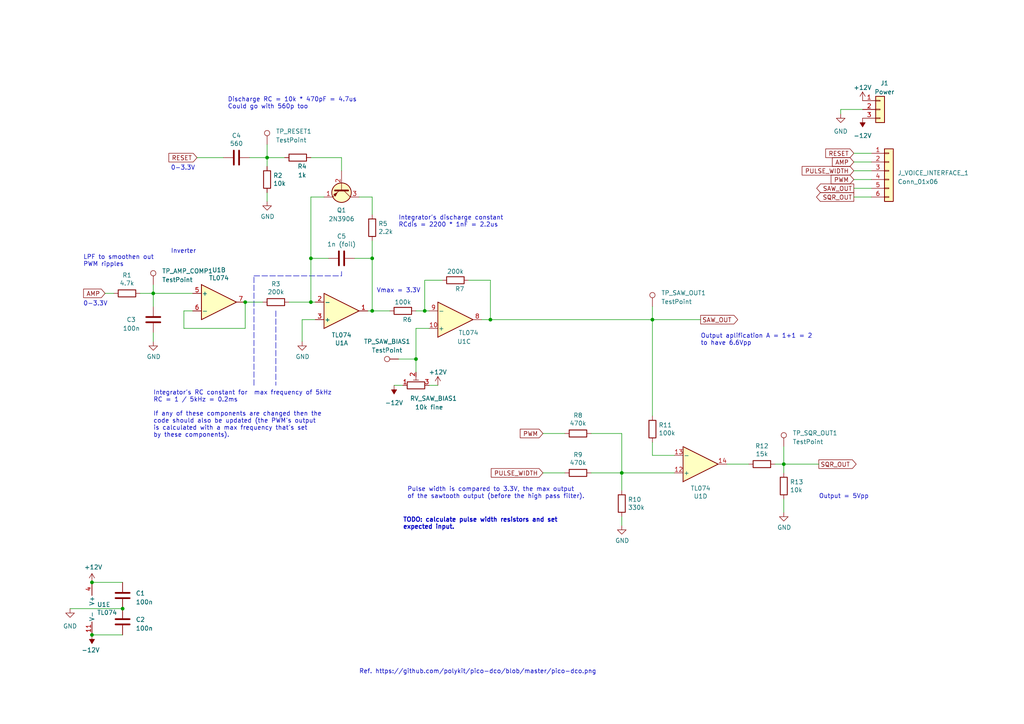
<source format=kicad_sch>
(kicad_sch (version 20230121) (generator eeschema)
  (paper "A4")
  (title_block (title "Single Voice DCO") (date "2023-03-31") (company "Shmøergh"))
  (lib_symbols
    (symbol "Amplifier_Operational:TL074" (pin_names (offset 0.127))
      (property "Reference" "U" (at 0 5.08 0))
      (property "Value" "TL074" (at 0 -5.08 0))
      (symbol "TL074_1_1"
        (polyline (pts (xy -5.08 5.08) (xy 5.08 0) (xy -5.08 -5.08) (xy -5.08 5.08)) (stroke (width 0.254)) (fill (type background)))
        (pin output line (at 7.62 0 180) (length 2.54) (name "~") (number "1"))
        (pin input line (at -7.62 -2.54 0) (length 2.54) (name "-") (number "2"))
        (pin input line (at -7.62 2.54 0) (length 2.54) (name "+") (number "3"))
      )
      (symbol "TL074_2_1"
        (polyline (pts (xy -5.08 5.08) (xy 5.08 0) (xy -5.08 -5.08) (xy -5.08 5.08)) (stroke (width 0.254)) (fill (type background)))
        (pin input line (at -7.62 2.54 0) (length 2.54) (name "+") (number "5"))
        (pin input line (at -7.62 -2.54 0) (length 2.54) (name "-") (number "6"))
        (pin output line (at 7.62 0 180) (length 2.54) (name "~") (number "7"))
      )
      (symbol "TL074_3_1"
        (polyline (pts (xy -5.08 5.08) (xy 5.08 0) (xy -5.08 -5.08) (xy -5.08 5.08)) (stroke (width 0.254)) (fill (type background)))
        (pin input line (at -7.62 2.54 0) (length 2.54) (name "+") (number "10"))
        (pin output line (at 7.62 0 180) (length 2.54) (name "~") (number "8"))
        (pin input line (at -7.62 -2.54 0) (length 2.54) (name "-") (number "9"))
      )
      (symbol "TL074_4_1"
        (polyline (pts (xy -5.08 5.08) (xy 5.08 0) (xy -5.08 -5.08) (xy -5.08 5.08)) (stroke (width 0.254)) (fill (type background)))
        (pin input line (at -7.62 2.54 0) (length 2.54) (name "+") (number "12"))
        (pin input line (at -7.62 -2.54 0) (length 2.54) (name "-") (number "13"))
        (pin output line (at 7.62 0 180) (length 2.54) (name "~") (number "14"))
      )
      (symbol "TL074_5_1"
        (pin power_in line (at -2.54 -7.62 90) (length 3.81) (name "V-") (number "11"))
        (pin power_in line (at -2.54 7.62 270) (length 3.81) (name "V+") (number "4"))
      )
    )
    (symbol "Connector:TestPoint" (pin_numbers hide) (pin_names (offset 0.762) hide)
      (property "Reference" "TP" (at 0 6.858 0))
      (property "Value" "TestPoint" (at 0 5.08 0))
      (symbol "TestPoint_0_1"
        (circle (center 0 3.302) (radius 0.762))
      )
      (symbol "TestPoint_1_1"
        (pin passive line (at 0 0 90) (length 2.54) (name "1") (number "1"))
      )
    )
    (symbol "Connector_Generic:Conn_01x03" (pin_names (offset 1.016) hide)
      (property "Reference" "J" (at 0 5.08 0))
      (property "Value" "Conn_01x03" (at 0 -5.08 0))
      (symbol "Conn_01x03_1_1"
        (rectangle (start -1.27 -2.413) (end 0 -2.667) (stroke (width 0.1524)))
        (rectangle (start -1.27 0.127) (end 0 -0.127) (stroke (width 0.1524)))
        (rectangle (start -1.27 2.667) (end 0 2.413) (stroke (width 0.1524)))
        (rectangle (start -1.27 3.81) (end 1.27 -3.81) (stroke (width 0.254)) (fill (type background)))
        (pin passive line (at -5.08 2.54 0) (length 3.81) (name "Pin_1") (number "1"))
        (pin passive line (at -5.08 0 0) (length 3.81) (name "Pin_2") (number "2"))
        (pin passive line (at -5.08 -2.54 0) (length 3.81) (name "Pin_3") (number "3"))
      )
    )
    (symbol "Connector_Generic:Conn_01x06" (pin_names (offset 1.016) hide)
      (property "Reference" "J" (at 0 7.62 0))
      (property "Value" "Conn_01x06" (at 0 -10.16 0))
      (symbol "Conn_01x06_1_1"
        (rectangle (start -1.27 -7.493) (end 0 -7.747) (stroke (width 0.1524)))
        (rectangle (start -1.27 -4.953) (end 0 -5.207) (stroke (width 0.1524)))
        (rectangle (start -1.27 -2.413) (end 0 -2.667) (stroke (width 0.1524)))
        (rectangle (start -1.27 0.127) (end 0 -0.127) (stroke (width 0.1524)))
        (rectangle (start -1.27 2.667) (end 0 2.413) (stroke (width 0.1524)))
        (rectangle (start -1.27 5.207) (end 0 4.953) (stroke (width 0.1524)))
        (rectangle (start -1.27 6.35) (end 1.27 -8.89) (stroke (width 0.254)) (fill (type background)))
        (pin passive line (at -5.08 5.08 0) (length 3.81) (name "Pin_1") (number "1"))
        (pin passive line (at -5.08 2.54 0) (length 3.81) (name "Pin_2") (number "2"))
        (pin passive line (at -5.08 0 0) (length 3.81) (name "Pin_3") (number "3"))
        (pin passive line (at -5.08 -2.54 0) (length 3.81) (name "Pin_4") (number "4"))
        (pin passive line (at -5.08 -5.08 0) (length 3.81) (name "Pin_5") (number "5"))
        (pin passive line (at -5.08 -7.62 0) (length 3.81) (name "Pin_6") (number "6"))
      )
    )
    (symbol "Device:C" (pin_numbers hide) (pin_names (offset 0.254))
      (property "Reference" "C" (at 0.635 2.54 0))
      (property "Value" "C" (at 0.635 -2.54 0))
      (symbol "C_0_1"
        (polyline (pts (xy -2.032 -0.762) (xy 2.032 -0.762)) (stroke (width 0.508)))
        (polyline (pts (xy -2.032 0.762) (xy 2.032 0.762)) (stroke (width 0.508)))
      )
      (symbol "C_1_1"
        (pin passive line (at 0 3.81 270) (length 2.794) (name "~") (number "1"))
        (pin passive line (at 0 -3.81 90) (length 2.794) (name "~") (number "2"))
      )
    )
    (symbol "Device:R" (pin_numbers hide) (pin_names (offset 0))
      (property "Reference" "R" (at 2.032 0 90))
      (property "Value" "R" (at 0 0 90))
      (symbol "R_0_1"
        (rectangle (start -1.016 -2.54) (end 1.016 2.54) (stroke (width 0.254)))
      )
      (symbol "R_1_1"
        (pin passive line (at 0 3.81 270) (length 1.27) (name "~") (number "1"))
        (pin passive line (at 0 -3.81 90) (length 1.27) (name "~") (number "2"))
      )
    )
    (symbol "Device:R_Potentiometer_Trim" (pin_names (offset 1.016) hide)
      (property "Reference" "RV" (at -4.445 0 90))
      (property "Value" "R_Potentiometer_Trim" (at -2.54 0 90))
      (symbol "R_Potentiometer_Trim_0_1"
        (polyline (pts (xy 1.524 0.762) (xy 1.524 -0.762)))
        (polyline (pts (xy 2.54 0) (xy 1.524 0)))
        (rectangle (start 1.016 2.54) (end -1.016 -2.54) (stroke (width 0.254)))
      )
      (symbol "R_Potentiometer_Trim_1_1"
        (pin passive line (at 0 3.81 270) (length 1.27) (name "1") (number "1"))
        (pin passive line (at 3.81 0 180) (length 1.27) (name "2") (number "2"))
        (pin passive line (at 0 -3.81 90) (length 1.27) (name "3") (number "3"))
      )
    )
    (symbol "PCM_Transistor_BJT_AKL:2N3906" (pin_names hide)
      (property "Reference" "Q" (at 5.08 1.27 0))
      (property "Value" "2N3906" (at 5.08 -1.27 0))
      (symbol "2N3906_0_1"
        (polyline (pts (xy 0.635 -0.635) (xy 2.54 -2.54)))
        (polyline (pts (xy 0.635 -1.905) (xy 0.635 1.905) (xy 0.635 1.905)) (stroke (width 0.508)))
        (polyline (pts (xy 0.635 0.635) (xy 2.54 2.54) (xy 2.54 2.54)))
        (polyline (pts (xy 2.286 1.778) (xy 1.778 2.286) (xy 1.27 1.27) (xy 2.286 1.778) (xy 2.286 1.778)) (fill (type outline)))
        (circle (center 1.27 0) (radius 2.8194) (stroke (width 0.254)) (fill (type background)))
      )
      (symbol "2N3906_1_1"
        (pin passive line (at 2.54 5.08 270) (length 2.54) (name "E") (number "1"))
        (pin input line (at -5.08 0 0) (length 5.715) (name "B") (number "2"))
        (pin passive line (at 2.54 -5.08 90) (length 2.54) (name "C") (number "3"))
      )
    )
    (symbol "power:+12V" (power) (pin_names (offset 0))
      (property "Value" "+12V" (at 0 3.556 0))
      (symbol "+12V_0_1"
        (polyline (pts (xy -0.762 1.27) (xy 0 2.54)))
        (polyline (pts (xy 0 0) (xy 0 2.54)))
        (polyline (pts (xy 0 2.54) (xy 0.762 1.27)))
      )
      (symbol "+12V_1_1"
        (pin power_in line (at 0 0 90) (length 0) hide (name "+12V") (number "1"))
      )
    )
    (symbol "power:-12V" (power) (pin_names (offset 0))
      (property "Value" "-12V" (at 0 3.81 0))
      (symbol "-12V_0_0"
        (pin power_in line (at 0 0 90) (length 0) hide (name "-12V") (number "1"))
      )
      (symbol "-12V_0_1"
        (polyline (pts (xy 0 0) (xy 0 1.27) (xy 0.762 1.27) (xy 0 2.54) (xy -0.762 1.27) (xy 0 1.27)) (fill (type outline)))
      )
    )
    (symbol "power:GND" (power) (pin_names (offset 0))
      (property "Value" "GND" (at 0 -3.81 0))
      (symbol "GND_0_1"
        (polyline (pts (xy 0 0) (xy 0 -1.27) (xy 1.27 -1.27) (xy 0 -2.54) (xy -1.27 -1.27) (xy 0 -1.27)))
      )
      (symbol "GND_1_1"
        (pin power_in line (at 0 0 270) (length 0) hide (name "GND") (number "1"))
      )
    )
  )
  (junction (at 90.17 74.93))
  (junction (at 44.45 85.09))
  (junction (at 107.95 90.17))
  (junction (at 35.56 176.53))
  (junction (at 142.24 92.71))
  (junction (at 77.47 45.72))
  (junction (at 180.34 137.16))
  (junction (at 227.33 134.62))
  (junction (at 123.19 90.17))
  (junction (at 120.65 104.14))
  (junction (at 90.17 87.63))
  (junction (at 71.12 87.63))
  (junction (at 189.23 92.71))
  (junction (at 107.95 74.93))
  (junction (at 26.67 184.15))
  (junction (at 26.67 168.91))
  (wire (pts (xy 247.65 54.61) (xy 252.73 54.61)))
  (wire (pts (xy 107.95 74.93) (xy 107.95 69.85)))
  (wire (pts (xy 91.44 92.71) (xy 87.63 92.71)))
  (wire (pts (xy 142.24 81.28) (xy 142.24 92.71)))
  (wire (pts (xy 139.7 92.71) (xy 142.24 92.71)))
  (wire (pts (xy 189.23 128.27) (xy 189.23 132.08)))
  (wire (pts (xy 195.58 137.16) (xy 180.34 137.16)))
  (wire (pts (xy 44.45 88.9) (xy 44.45 85.09)))
  (wire (pts (xy 26.67 184.15) (xy 35.56 184.15)))
  (wire (pts (xy 157.48 137.16) (xy 163.83 137.16)))
  (wire (pts (xy 87.63 92.71) (xy 87.63 99.06)))
  (wire (pts (xy 180.34 149.86) (xy 180.34 152.4)))
  (wire (pts (xy 210.82 134.62) (xy 217.17 134.62)))
  (wire (pts (xy 243.84 33.02) (xy 243.84 31.75)))
  (wire (pts (xy 120.65 95.25) (xy 120.65 104.14)))
  (wire (pts (xy 44.45 82.55) (xy 44.45 85.09)))
  (wire (pts (xy 243.84 31.75) (xy 250.19 31.75)))
  (wire (pts (xy 115.57 104.14) (xy 120.65 104.14)))
  (polyline (pts (xy 99.06 78.74) (xy 99.06 80.01)) (stroke (width 0) (type dash)))
  (wire (pts (xy 114.3 111.76) (xy 116.84 111.76)))
  (wire (pts (xy 157.48 125.73) (xy 163.83 125.73)))
  (wire (pts (xy 77.47 48.26) (xy 77.47 45.72)))
  (wire (pts (xy 106.68 90.17) (xy 107.95 90.17)))
  (wire (pts (xy 120.65 104.14) (xy 120.65 107.95)))
  (wire (pts (xy 71.12 95.25) (xy 71.12 87.63)))
  (wire (pts (xy 120.65 90.17) (xy 123.19 90.17)))
  (wire (pts (xy 247.65 46.99) (xy 252.73 46.99)))
  (wire (pts (xy 90.17 45.72) (xy 99.06 45.72)))
  (wire (pts (xy 55.88 90.17) (xy 53.34 90.17)))
  (wire (pts (xy 20.32 176.53) (xy 35.56 176.53)))
  (wire (pts (xy 189.23 92.71) (xy 189.23 120.65)))
  (polyline (pts (xy 80.01 90.17) (xy 80.01 111.76)) (stroke (width 0) (type dash)))
  (wire (pts (xy 120.65 95.25) (xy 124.46 95.25)))
  (wire (pts (xy 107.95 74.93) (xy 102.87 74.93)))
  (wire (pts (xy 135.89 81.28) (xy 142.24 81.28)))
  (wire (pts (xy 90.17 74.93) (xy 90.17 87.63)))
  (wire (pts (xy 123.19 81.28) (xy 123.19 90.17)))
  (wire (pts (xy 30.48 85.09) (xy 33.02 85.09)))
  (wire (pts (xy 247.65 44.45) (xy 252.73 44.45)))
  (wire (pts (xy 180.34 137.16) (xy 171.45 137.16)))
  (wire (pts (xy 195.58 132.08) (xy 189.23 132.08)))
  (wire (pts (xy 99.06 45.72) (xy 99.06 49.53)))
  (wire (pts (xy 189.23 88.9) (xy 189.23 92.71)))
  (wire (pts (xy 123.19 90.17) (xy 124.46 90.17)))
  (wire (pts (xy 77.47 55.88) (xy 77.47 58.42)))
  (wire (pts (xy 189.23 92.71) (xy 203.2 92.71)))
  (wire (pts (xy 247.65 49.53) (xy 252.73 49.53)))
  (wire (pts (xy 107.95 90.17) (xy 113.03 90.17)))
  (wire (pts (xy 107.95 90.17) (xy 107.95 74.93)))
  (wire (pts (xy 128.27 81.28) (xy 123.19 81.28)))
  (wire (pts (xy 44.45 96.52) (xy 44.45 99.06)))
  (wire (pts (xy 224.79 134.62) (xy 227.33 134.62)))
  (wire (pts (xy 57.15 45.72) (xy 64.77 45.72)))
  (wire (pts (xy 93.98 57.15) (xy 90.17 57.15)))
  (wire (pts (xy 142.24 92.71) (xy 189.23 92.71)))
  (wire (pts (xy 227.33 129.54) (xy 227.33 134.62)))
  (wire (pts (xy 104.14 57.15) (xy 107.95 57.15)))
  (wire (pts (xy 53.34 95.25) (xy 71.12 95.25)))
  (polyline (pts (xy 73.66 80.01) (xy 99.06 80.01)) (stroke (width 0) (type dash)))
  (wire (pts (xy 83.82 87.63) (xy 90.17 87.63)))
  (wire (pts (xy 44.45 85.09) (xy 55.88 85.09)))
  (wire (pts (xy 227.33 134.62) (xy 227.33 137.16)))
  (wire (pts (xy 247.65 57.15) (xy 252.73 57.15)))
  (wire (pts (xy 227.33 134.62) (xy 237.49 134.62)))
  (wire (pts (xy 77.47 41.91) (xy 77.47 45.72)))
  (wire (pts (xy 247.65 52.07) (xy 252.73 52.07)))
  (wire (pts (xy 90.17 87.63) (xy 91.44 87.63)))
  (wire (pts (xy 90.17 57.15) (xy 90.17 74.93)))
  (wire (pts (xy 53.34 90.17) (xy 53.34 95.25)))
  (wire (pts (xy 72.39 45.72) (xy 77.47 45.72)))
  (wire (pts (xy 77.47 45.72) (xy 82.55 45.72)))
  (wire (pts (xy 107.95 62.23) (xy 107.95 57.15)))
  (wire (pts (xy 40.64 85.09) (xy 44.45 85.09)))
  (wire (pts (xy 90.17 74.93) (xy 95.25 74.93)))
  (wire (pts (xy 227.33 144.78) (xy 227.33 148.59)))
  (wire (pts (xy 124.46 111.76) (xy 127 111.76)))
  (wire (pts (xy 26.67 168.91) (xy 35.56 168.91)))
  (wire (pts (xy 180.34 125.73) (xy 180.34 137.16)))
  (wire (pts (xy 180.34 137.16) (xy 180.34 142.24)))
  (wire (pts (xy 180.34 125.73) (xy 171.45 125.73)))
  (wire (pts (xy 71.12 87.63) (xy 76.2 87.63)))
  (polyline (pts (xy 73.66 111.76) (xy 73.66 80.01)) (stroke (width 0) (type dash)))
  (text "Pulse width is compared to 3.3V, the max output\nof the sawtooth output (before the high pass filter)." (at 118.11 144.78 0) (effects (font (size 1.27 1.27)) (justify left bottom)))
  (text "Inverter" (at 49.53 73.66 0) (effects (font (size 1.27 1.27)) (justify left bottom)))
  (text "Idea: can I use the amp input \nfor envelope control?" (at -49.53 96.52 0) (effects (font (size 1.27 1.27) (thickness 0.254) bold) (justify left bottom)))
  (text "Vmax = 3.3V" (at 109.22 85.09 0) (effects (font (size 1.27 1.27)) (justify left bottom)))
  (text "TODO: calculate pulse width resistors and set\nexpected input." (at 116.84 153.67 0) (effects (font (size 1.27 1.27) (thickness 0.254) bold) (justify left bottom)))
  (text "Output = 5Vpp" (at 237.49 144.78 0) (effects (font (size 1.27 1.27)) (justify left bottom)))
  (text "0-3.3V" (at 24.13 88.9 0) (effects (font (size 1.27 1.27)) (justify left bottom)))
  (text "charge_voltage = target_voltage * note_frequency / max_frequency\n\nwhere\nmax_frequency = 5kHz\ntarget_voltage = 3.3V\n\nSet frequency and amp to 0 to close output" (at -74.93 34.29 0) (effects (font (size 1.27 1.27)) (justify left bottom)))
  (text "Output aplification A = 1+1 = 2\nto have 6.6Vpp" (at 203.2 100.33 0) (effects (font (size 1.27 1.27)) (justify left bottom)))
  (text "Integrator's discharge constant\nRCdis = 2200 * 1nF = 2.2us" (at 115.57 66.04 0) (effects (font (size 1.27 1.27)) (justify left bottom)))
  (text "Note: there's no AC coupling on the outout\nof these voice cards. This assumes there's\nAC coupling happening somewhere along\nthe signal path." (at -74.93 46.99 0) (effects (font (size 1.27 1.27)) (justify left bottom)))
  (text "LPF to smoothen out\nPWM ripples" (at 24.13 77.47 0) (effects (font (size 1.27 1.27)) (justify left bottom)))
  (text "Discharge RC = 10k * 470pF = 4.7us\nCould go with 560p too" (at 66.04 31.75 0) (effects (font (size 1.27 1.27)) (justify left bottom)))
  (text "Integrator's RC constant for  max frequency of 5kHz\nRC = 1 / 5kHz = 0.2ms\n\nIf any of these components are changed then the \ncode should also be updated (the PWM's output\nis calculated with a max frequency that's set\nby these components)." (at 44.45 127 0) (effects (font (size 1.27 1.27)) (justify left bottom)))
  (text "0-3.3V" (at 49.53 49.53 0) (effects (font (size 1.27 1.27)) (justify left bottom)))
  (text "Ref. https://github.com/polykit/pico-dco/blob/master/pico-dco.png" (at 104.14 195.58 0) (effects (font (size 1.27 1.27)) (justify left bottom)))
  (global_label "PULSE_WIDTH" (shape input) (at 247.65 49.53 180) (property "Intersheetrefs" "${INTERSHEET_REFS}" (effects hide)))
  (global_label "RESET" (shape input) (at 57.15 45.72 180) (property "Intersheetrefs" "${INTERSHEET_REFS}" (effects hide)))
  (global_label "PWM" (shape input) (at 247.65 52.07 180) (property "Intersheetrefs" "${INTERSHEET_REFS}" (effects hide)))
  (global_label "AMP" (shape input) (at 247.65 46.99 180) (property "Intersheetrefs" "${INTERSHEET_REFS}" (effects hide)))
  (global_label "PWM" (shape input) (at 157.48 125.73 180) (property "Intersheetrefs" "${INTERSHEET_REFS}" (effects hide)))
  (global_label "SQR_OUT" (shape output) (at 237.49 134.62 0) (property "Intersheetrefs" "${INTERSHEET_REFS}" (effects hide)))
  (global_label "AMP" (shape input) (at 30.48 85.09 180) (property "Intersheetrefs" "${INTERSHEET_REFS}" (effects hide)))
  (global_label "RESET" (shape input) (at 247.65 44.45 180) (property "Intersheetrefs" "${INTERSHEET_REFS}" (effects hide)))
  (global_label "SAW_OUT" (shape output) (at 203.2 92.71 0) (property "Intersheetrefs" "${INTERSHEET_REFS}" (effects hide)))
  (global_label "SAW_OUT" (shape output) (at 247.65 54.61 180) (property "Intersheetrefs" "${INTERSHEET_REFS}" (effects hide)))
  (global_label "PULSE_WIDTH" (shape input) (at 157.48 137.16 180) (property "Intersheetrefs" "${INTERSHEET_REFS}" (effects hide)))
  (global_label "SQR_OUT" (shape output) (at 247.65 57.15 180) (property "Intersheetrefs" "${INTERSHEET_REFS}" (effects hide)))
  (symbol (lib_id "power:-12V") (at 114.3 111.76 180) (unit 1)
    (property "Reference" "#PWR07" (effects hide))
    (property "Value" "-12V" (at 114.3 116.84 0))
  )
  (symbol (lib_id "Device:C") (at 68.58 45.72 270) (unit 1) (in_bom no)
    (property "Reference" "C4" (at 68.58 39.3192 90))
    (property "Value" "560" (at 68.58 41.6306 90))
    (property "Footprint" "Capacitor_THT:C_Disc_D3.4mm_W2.1mm_P2.50mm" (effects hide))
  )
  (symbol (lib_id "Device:R") (at 132.08 81.28 90) (unit 1)
    (property "Reference" "R7" (at 133.35 83.82 90))
    (property "Value" "200k" (at 132.08 78.74 90))
    (property "Footprint" "PCM_Resistor_SMD_AKL:R_0805_2012Metric" (effects hide))
    (property "LCSC" "C17539" (effects hide))
  )
  (symbol (lib_id "Device:R") (at 167.64 125.73 90) (unit 1)
    (property "Reference" "R8" (at 167.64 120.4722 90))
    (property "Value" "470k" (at 167.64 122.7836 90))
    (property "Footprint" "PCM_Resistor_SMD_AKL:R_0805_2012Metric" (effects hide))
    (property "LCSC" "C17709" (effects hide))
  )
  (symbol (lib_id "Connector:TestPoint") (at 77.47 41.91 0) (unit 1) (in_bom no)
    (property "Reference" "TP_RESET1" (at 80.01 38.1 0) (effects (justify left)))
    (property "Value" "TestPoint" (at 80.01 40.64 0) (effects (justify left)))
    (property "Footprint" "Connector_Pin:Pin_D0.7mm_L6.5mm_W1.8mm_FlatFork" (effects hide))
  )
  (symbol (lib_id "Connector:TestPoint") (at 189.23 88.9 0) (unit 1) (in_bom no)
    (property "Reference" "TP_SAW_OUT1" (at 191.77 84.963 0) (effects (justify left)))
    (property "Value" "TestPoint" (at 191.77 87.503 0) (effects (justify left)))
    (property "Footprint" "Connector_Pin:Pin_D0.7mm_L6.5mm_W1.8mm_FlatFork" (effects hide))
  )
  (symbol (lib_id "power:GND") (at 227.33 148.59 0) (unit 1)
    (property "Reference" "#PWR011" (effects hide))
    (property "Value" "GND" (at 227.457 152.9842 0))
  )
  (symbol (lib_id "Device:C") (at 99.06 74.93 270) (unit 1) (in_bom no)
    (property "Reference" "C5" (at 99.06 68.5292 90))
    (property "Value" "1n (foil)" (at 99.06 70.8406 90))
    (property "Footprint" "Capacitor_THT:C_Rect_L7.2mm_W4.5mm_P5.00mm_FKS2_FKP2_MKS2_MKP2" (effects hide))
  )
  (symbol (lib_id "Device:R") (at 167.64 137.16 90) (unit 1)
    (property "Reference" "R9" (at 167.64 131.9022 90))
    (property "Value" "470k" (at 167.64 134.2136 90))
    (property "Footprint" "PCM_Resistor_SMD_AKL:R_0805_2012Metric" (effects hide))
    (property "LCSC" "C17709" (effects hide))
  )
  (symbol (lib_id "power:GND") (at 77.47 58.42 0) (unit 1)
    (property "Reference" "#PWR05" (effects hide))
    (property "Value" "GND" (at 77.597 62.8142 0))
  )
  (symbol (lib_id "power:GND") (at 87.63 99.06 0) (unit 1)
    (property "Reference" "#PWR06" (effects hide))
    (property "Value" "GND" (at 87.757 103.4542 0))
  )
  (symbol (lib_id "power:+12V") (at 127 111.76 0) (unit 1)
    (property "Reference" "#PWR08" (effects hide))
    (property "Value" "+12V" (at 127 107.95 0))
  )
  (symbol (lib_id "power:-12V") (at 26.67 184.15 180) (unit 1)
    (property "Reference" "#PWR03" (effects hide))
    (property "Value" "-12V" (at 26.289 188.5442 0))
  )
  (symbol (lib_id "Device:R") (at 116.84 90.17 90) (unit 1)
    (property "Reference" "R6" (at 118.11 92.71 90))
    (property "Value" "100k" (at 116.84 87.63 90))
    (property "Footprint" "PCM_Resistor_SMD_AKL:R_0805_2012Metric" (effects hide))
    (property "LCSC" "C149504" (effects hide))
  )
  (symbol (lib_id "Device:R") (at 86.36 45.72 270) (unit 1)
    (property "Reference" "R4" (at 87.63 48.26 90))
    (property "Value" "1k" (at 87.63 50.8 90))
    (property "Footprint" "PCM_Resistor_SMD_AKL:R_0805_2012Metric" (effects hide))
    (property "LCSC" "C17513" (effects hide))
  )
  (symbol (lib_id "Device:R") (at 220.98 134.62 270) (unit 1)
    (property "Reference" "R12" (at 220.98 129.3622 90))
    (property "Value" "15k" (at 220.98 131.6736 90))
    (property "Footprint" "PCM_Resistor_SMD_AKL:R_0805_2012Metric" (effects hide))
    (property "LCSC" "C17475" (effects hide))
  )
  (symbol (lib_id "Device:R") (at 189.23 124.46 180) (unit 1)
    (property "Reference" "R11" (at 191.008 123.2916 0) (effects (justify right)))
    (property "Value" "100k" (at 191.008 125.603 0) (effects (justify right)))
    (property "Footprint" "PCM_Resistor_SMD_AKL:R_0805_2012Metric" (effects hide))
    (property "LCSC" "C149504" (effects hide))
  )
  (symbol (lib_id "Amplifier_Operational:TL074") (at 99.06 90.17 0) (mirror x) (unit 1) (in_bom no)
    (property "Reference" "U1" (at 99.06 99.4918 0))
    (property "Value" "TL074" (at 99.06 97.1804 0))
    (property "Footprint" "Package_DIP:DIP-14_W7.62mm_Socket_LongPads" (effects hide))
    (property "Datasheet" "http://www.ti.com/lit/ds/symlink/tl071.pdf" (effects hide))
  )
  (symbol (lib_id "Connector:TestPoint") (at 115.57 104.14 90) (unit 1) (in_bom no)
    (property "Reference" "TP_SAW_BIAS1" (at 112.268 99.06 90))
    (property "Value" "TestPoint" (at 112.268 101.6 90))
    (property "Footprint" "Connector_Pin:Pin_D0.7mm_L6.5mm_W1.8mm_FlatFork" (effects hide))
  )
  (symbol (lib_id "Amplifier_Operational:TL074") (at 203.2 134.62 0) (mirror x) (unit 4) (in_bom no)
    (property "Reference" "U1" (at 203.2 143.9418 0))
    (property "Value" "TL074" (at 203.2 141.6304 0))
    (property "Footprint" "Package_DIP:DIP-14_W7.62mm_Socket_LongPads" (effects hide))
    (property "Datasheet" "http://www.ti.com/lit/ds/symlink/tl071.pdf" (effects hide))
  )
  (symbol (lib_id "power:GND") (at 20.32 176.53 0) (unit 1)
    (property "Reference" "#PWR01" (effects hide))
    (property "Value" "GND" (at 20.32 181.61 0))
  )
  (symbol (lib_id "Connector_Generic:Conn_01x06") (at 257.81 49.53 0) (unit 1) (in_bom no)
    (property "Reference" "J_VOICE_INTERFACE_1" (at 260.35 50.165 0) (effects (justify left)))
    (property "Value" "Conn_01x06" (at 260.35 52.705 0) (effects (justify left)))
    (property "Footprint" "Connector_PinHeader_2.54mm:PinHeader_1x06_P2.54mm_Vertical" (effects hide))
  )
  (symbol (lib_id "power:GND") (at 243.84 33.02 0) (unit 1)
    (property "Reference" "#PWR014" (effects hide))
    (property "Value" "GND" (at 243.84 38.1 0))
  )
  (symbol (lib_id "Device:R_Potentiometer_Trim") (at 120.65 111.76 90) (unit 1) (in_bom no)
    (property "Reference" "RV_SAW_BIAS1" (at 125.73 115.57 90))
    (property "Value" "10k fine" (at 124.46 118.11 90))
    (property "Footprint" "PCM_Potentiometer_THT_AKL:Potentiometer_ACP_CA6-H2,5_Horizontal" (effects hide))
  )
  (symbol (lib_id "power:GND") (at 44.45 99.06 0) (unit 1)
    (property "Reference" "#PWR04" (effects hide))
    (property "Value" "GND" (at 44.577 103.4542 0))
  )
  (symbol (lib_id "Device:R") (at 227.33 140.97 0) (unit 1)
    (property "Reference" "R13" (at 229.108 139.8016 0) (effects (justify left)))
    (property "Value" "10k" (at 229.108 142.113 0) (effects (justify left)))
    (property "Footprint" "PCM_Resistor_SMD_AKL:R_0805_2012Metric" (effects hide))
    (property "LCSC" "C17414" (effects hide))
  )
  (symbol (lib_id "Device:R") (at 180.34 146.05 0) (unit 1)
    (property "Reference" "R10" (at 182.118 144.8816 0) (effects (justify left)))
    (property "Value" "330k" (at 182.118 147.193 0) (effects (justify left)))
    (property "Footprint" "PCM_Resistor_SMD_AKL:R_0805_2012Metric" (effects hide))
    (property "LCSC" "C17629" (effects hide))
  )
  (symbol (lib_id "Amplifier_Operational:TL074") (at 63.5 87.63 0) (unit 2) (in_bom no)
    (property "Reference" "U1" (at 63.5 78.3082 0))
    (property "Value" "TL074" (at 63.5 80.6196 0))
    (property "Footprint" "Package_DIP:DIP-14_W7.62mm_Socket_LongPads" (effects hide))
    (property "Datasheet" "http://www.ti.com/lit/ds/symlink/tl071.pdf" (effects hide))
  )
  (symbol (lib_id "power:-12V") (at 250.19 34.29 180) (unit 1)
    (property "Reference" "#PWR010" (effects hide))
    (property "Value" "-12V" (at 250.19 39.37 0))
  )
  (symbol (lib_id "power:+12V") (at 26.67 168.91 0) (unit 1)
    (property "Reference" "#PWR02" (effects hide))
    (property "Value" "+12V" (at 27.051 164.5158 0))
  )
  (symbol (lib_id "Device:R") (at 36.83 85.09 270) (unit 1)
    (property "Reference" "R1" (at 36.83 79.8322 90))
    (property "Value" "4.7k" (at 36.83 82.1436 90))
    (property "Footprint" "PCM_Resistor_SMD_AKL:R_0805_2012Metric" (effects hide))
    (property "LCSC" "C17673" (effects hide))
  )
  (symbol (lib_id "Device:C") (at 35.56 172.72 0) (unit 1)
    (property "Reference" "C1" (at 39.37 172.085 0) (effects (justify left)))
    (property "Value" "100n" (at 39.37 174.625 0) (effects (justify left)))
    (property "Footprint" "Capacitor_SMD:C_0805_2012Metric" (effects hide))
    (property "LCSC" "C49678" (effects hide))
  )
  (symbol (lib_id "power:GND") (at 180.34 152.4 0) (unit 1)
    (property "Reference" "#PWR09" (effects hide))
    (property "Value" "GND" (at 180.467 156.7942 0))
  )
  (symbol (lib_id "power:+12V") (at 250.19 29.21 0) (unit 1)
    (property "Reference" "#PWR013" (effects hide))
    (property "Value" "+12V" (at 250.19 25.4 0))
  )
  (symbol (lib_id "Device:R") (at 77.47 52.07 0) (unit 1)
    (property "Reference" "R2" (at 79.248 50.9016 0) (effects (justify left)))
    (property "Value" "10k" (at 79.248 53.213 0) (effects (justify left)))
    (property "Footprint" "PCM_Resistor_SMD_AKL:R_0805_2012Metric" (effects hide))
    (property "LCSC" "C17414" (effects hide))
  )
  (symbol (lib_id "Connector:TestPoint") (at 227.33 129.54 0) (unit 1) (in_bom no)
    (property "Reference" "TP_SQR_OUT1" (at 229.87 125.603 0) (effects (justify left)))
    (property "Value" "TestPoint" (at 229.87 128.143 0) (effects (justify left)))
    (property "Footprint" "Connector_Pin:Pin_D0.7mm_L6.5mm_W1.8mm_FlatFork" (effects hide))
  )
  (symbol (lib_id "Device:R") (at 80.01 87.63 270) (unit 1)
    (property "Reference" "R3" (at 80.01 82.3722 90))
    (property "Value" "200k" (at 80.01 84.6836 90))
    (property "Footprint" "PCM_Resistor_SMD_AKL:R_0805_2012Metric" (effects hide))
    (property "LCSC" "C17539" (effects hide))
  )
  (symbol (lib_id "Device:C") (at 35.56 180.34 0) (unit 1)
    (property "Reference" "C2" (at 39.37 179.705 0) (effects (justify left)))
    (property "Value" "100n" (at 39.37 182.245 0) (effects (justify left)))
    (property "Footprint" "Capacitor_SMD:C_0805_2012Metric" (effects hide))
    (property "LCSC" "C49678" (effects hide))
  )
  (symbol (lib_id "Amplifier_Operational:TL074") (at 29.21 176.53 0) (unit 5) (in_bom no)
    (property "Reference" "U1" (at 28.1432 175.3616 0) (effects (justify left)))
    (property "Value" "TL074" (at 28.1432 177.673 0) (effects (justify left)))
    (property "Footprint" "Package_DIP:DIP-14_W7.62mm_Socket_LongPads" (effects hide))
    (property "Datasheet" "http://www.ti.com/lit/ds/symlink/tl071.pdf" (effects hide))
  )
  (symbol (lib_id "Connector:TestPoint") (at 44.45 82.55 0) (unit 1) (in_bom no)
    (property "Reference" "TP_AMP_COMP1" (at 46.99 78.613 0) (effects (justify left)))
    (property "Value" "TestPoint" (at 46.99 81.153 0) (effects (justify left)))
    (property "Footprint" "Connector_Pin:Pin_D0.7mm_L6.5mm_W1.8mm_FlatFork" (effects hide))
  )
  (symbol (lib_id "Connector_Generic:Conn_01x03") (at 255.27 31.75 0) (unit 1) (in_bom no)
    (property "Reference" "J1" (at 256.54 24.13 0))
    (property "Value" "Power" (at 256.54 26.67 0))
    (property "Footprint" "Connector_PinHeader_2.54mm:PinHeader_1x03_P2.54mm_Vertical" (effects hide))
  )
  (symbol (lib_id "PCM_Transistor_BJT_AKL:2N3906") (at 99.06 54.61 90) (mirror x) (unit 1) (in_bom no)
    (property "Reference" "Q1" (at 99.06 60.96 90))
    (property "Value" "2N3906" (at 99.06 63.5 90))
    (property "Footprint" "PCM_Package_TO_SOT_THT_AKL:TO-92L_Inline_Wide" (effects hide))
    (property "Datasheet" "https://www.tme.eu/Document/1d69ece8147fa5a64114d103f531c790/2N3906BU.pdf" (effects hide))
  )
  (symbol (lib_id "Device:C") (at 44.45 92.71 0) (unit 1)
    (property "Reference" "C3" (at 38.0492 92.71 0))
    (property "Value" "100n" (at 38.1 95.25 0))
    (property "Footprint" "Capacitor_SMD:C_0805_2012Metric" (effects hide))
    (property "LCSC" "C49678" (effects hide))
  )
  (symbol (lib_id "Amplifier_Operational:TL074") (at 132.08 92.71 0) (mirror x) (unit 3) (in_bom no)
    (property "Reference" "U1" (at 134.62 99.06 0))
    (property "Value" "TL074" (at 135.89 96.52 0))
    (property "Footprint" "Package_DIP:DIP-14_W7.62mm_Socket_LongPads" (effects hide))
    (property "Datasheet" "http://www.ti.com/lit/ds/symlink/tl071.pdf" (effects hide))
  )
  (symbol (lib_id "Device:R") (at 107.95 66.04 0) (unit 1)
    (property "Reference" "R5" (at 109.728 64.8716 0) (effects (justify left)))
    (property "Value" "2.2k" (at 109.728 67.183 0) (effects (justify left)))
    (property "Footprint" "PCM_Resistor_SMD_AKL:R_0805_2012Metric" (effects hide))
    (property "LCSC" "C17520" (effects hide))
  )
)
</source>
